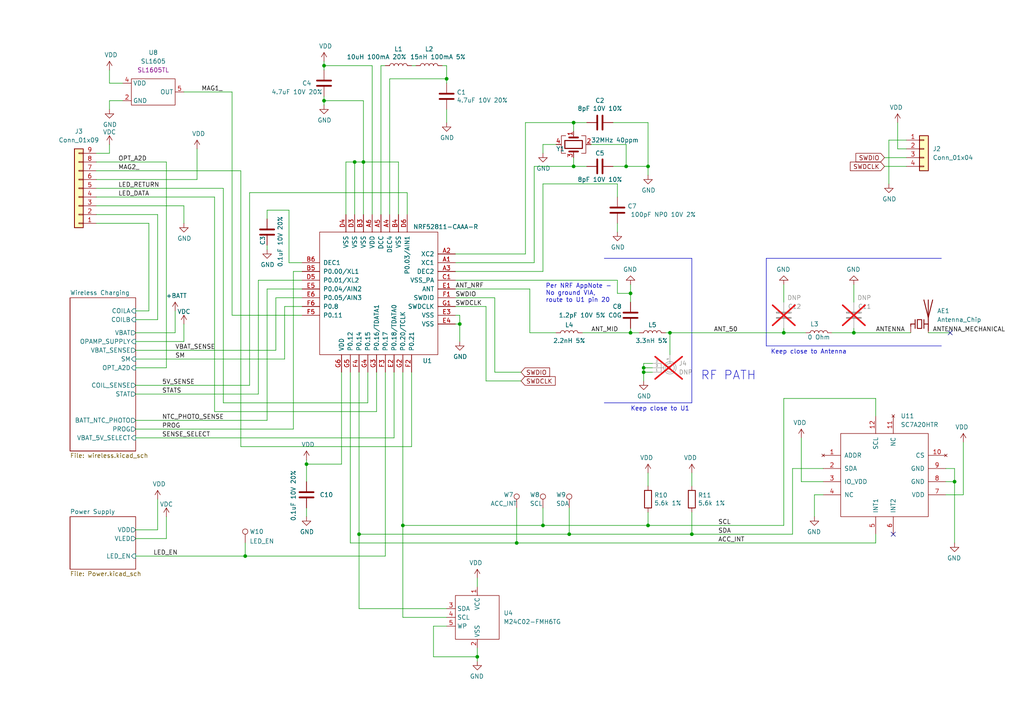
<source format=kicad_sch>
(kicad_sch (version 20250114) (generator "eeschema") (generator_version "9.0")
  (paper "A4")
  (title_block (title "Pixels D20 Schematic, Main") (date "2022-08-26") (rev "13") (company "Systemic Games, LLC") (comment 1 "Main MCU, Accelerometer and Radio"))
  (lib_symbols
    (symbol "Connector_Generic:Conn_01x04" (pin_names (offset 1.016) (hide yes))
      (property "Reference" "J" (at 0 5.08 0))
      (property "Value" "Conn_01x04" (at 0 -7.62 0))
      (symbol "Conn_01x04_1_1"
        (pin passive line (at -5.08 2.54 0) (length 3.81) (name "Pin_1") (number "1"))
        (pin passive line (at -5.08 0 0) (length 3.81) (name "Pin_2") (number "2"))
        (pin passive line (at -5.08 -2.54 0) (length 3.81) (name "Pin_3") (number "3"))
        (pin passive line (at -5.08 -5.08 0) (length 3.81) (name "Pin_4") (number "4"))
      )
    )
    (symbol "Connector_Generic:Conn_01x09" (pin_names (offset 1.016) (hide yes))
      (property "Reference" "J" (at 0 12.7 0))
      (property "Value" "Conn_01x09" (at 0 -12.7 0))
      (symbol "Conn_01x09_1_1"
        (pin passive line (at -5.08 10.16 0) (length 3.81) (name "Pin_1") (number "1"))
        (pin passive line (at -5.08 7.62 0) (length 3.81) (name "Pin_2") (number "2"))
        (pin passive line (at -5.08 5.08 0) (length 3.81) (name "Pin_3") (number "3"))
        (pin passive line (at -5.08 2.54 0) (length 3.81) (name "Pin_4") (number "4"))
        (pin passive line (at -5.08 0 0) (length 3.81) (name "Pin_5") (number "5"))
        (pin passive line (at -5.08 -2.54 0) (length 3.81) (name "Pin_6") (number "6"))
        (pin passive line (at -5.08 -5.08 0) (length 3.81) (name "Pin_7") (number "7"))
        (pin passive line (at -5.08 -7.62 0) (length 3.81) (name "Pin_8") (number "8"))
        (pin passive line (at -5.08 -10.16 0) (length 3.81) (name "Pin_9") (number "9"))
      )
    )
    (symbol "Device:Antenna_Chip" (pin_numbers (hide yes)) (pin_names (offset 1.016) (hide yes))
      (property "Reference" "AE" (at 0 5.08 0))
      (property "Value" "Antenna_Chip" (at 0 3.175 0))
      (symbol "Antenna_Chip_1_1"
        (pin input line (at -2.54 -2.54 90) (length 2.54) (name "FEED") (number "1"))
        (pin passive line (at 2.54 -2.54 90) (length 2.54) (name "PCB_Trace") (number "2"))
      )
    )
    (symbol "Device:C" (pin_numbers (hide yes)) (pin_names (offset 0.254))
      (property "Reference" "C" (at 0.635 2.54 0))
      (property "Value" "C" (at 0.635 -2.54 0))
      (symbol "C_1_1"
        (pin passive line (at 0 3.81 270) (length 2.794) (name "~") (number "1"))
        (pin passive line (at 0 -3.81 90) (length 2.794) (name "~") (number "2"))
      )
    )
    (symbol "Device:Crystal_GND24" (pin_names (offset 1.016) (hide yes))
      (property "Reference" "Y" (at 3.175 5.08 0))
      (property "Value" "Crystal_GND24" (at 3.175 3.175 0))
      (symbol "Crystal_GND24_1_1"
        (pin passive line (at -3.81 0 0) (length 1.27) (name "1") (number "1"))
        (pin passive line (at 0 5.08 270) (length 1.27) (name "2") (number "2"))
        (pin passive line (at 0 -5.08 90) (length 1.27) (name "4") (number "4"))
        (pin passive line (at 3.81 0 180) (length 1.27) (name "3") (number "3"))
      )
    )
    (symbol "Device:L" (pin_numbers (hide yes)) (pin_names (offset 1.016) (hide yes))
      (property "Reference" "L" (at -1.27 0 90))
      (property "Value" "L" (at 1.905 0 90))
      (symbol "L_1_1"
        (pin passive line (at 0 3.81 270) (length 1.27) (name "1") (number "1"))
        (pin passive line (at 0 -3.81 90) (length 1.27) (name "2") (number "2"))
      )
    )
    (symbol "Device:R" (pin_numbers (hide yes)) (pin_names (offset 0))
      (property "Reference" "R" (at 2.032 0 90))
      (property "Value" "R" (at 0 0 90))
      (symbol "R_1_1"
        (pin passive line (at 0 3.81 270) (length 1.27) (name "~") (number "1"))
        (pin passive line (at 0 -3.81 90) (length 1.27) (name "~") (number "2"))
      )
    )
    (symbol "Pixels-dice:KXTJ3-1057" (pin_names (offset 1.016))
      (property "Reference" "U" (at 10.16 -12.7 0))
      (property "Value" "KXTJ3-1057" (at 8.89 13.97 0))
      (symbol "KXTJ3-1057_1_1"
        (pin input line (at -17.78 6.35 0) (length 5.08) (name "ADDR") (number "1"))
        (pin bidirectional line (at -17.78 2.54 0) (length 5.08) (name "SDA") (number "2"))
        (pin power_in line (at -17.78 -1.27 0) (length 5.08) (name "IO_VDD") (number "3"))
        (pin passive line (at -17.78 -5.08 0) (length 5.08) (name "RES") (number "4"))
        (pin input line (at -2.54 17.78 270) (length 5.08) (name "SCL") (number "12"))
        (pin output line (at -2.54 -16.51 90) (length 5.08) (name "INT") (number "5"))
        (pin power_in line (at 2.54 17.78 270) (length 5.08) (name "IO_VDD") (number "11"))
        (pin power_in line (at 2.54 -16.51 90) (length 5.08) (name "GND") (number "6"))
        (pin power_in line (at 17.78 6.35 180) (length 5.08) (name "VDD") (number "10"))
        (pin power_in line (at 17.78 2.54 180) (length 5.08) (name "GND") (number "9"))
        (pin power_in line (at 17.78 -1.27 180) (length 5.08) (name "GND") (number "8"))
        (pin power_in line (at 17.78 -5.08 180) (length 5.08) (name "VDD") (number "7"))
      )
    )
    (symbol "Pixels-dice:M24C02-FMH6TG"
      (property "Reference" "U" (at 7.62 1.524 0))
      (property "Value" "M24C02-FMH6TG" (at 15.24 -1.524 0))
      (symbol "M24C02-FMH6TG_1_1"
        (pin bidirectional line (at -8.89 2.54 0) (length 2.54) (name "SDA") (number "3"))
        (pin input line (at -8.89 0 0) (length 2.54) (name "SCL") (number "4"))
        (pin input line (at -8.89 -2.54 0) (length 2.54) (name "WP") (number "5"))
        (pin power_in line (at 0 8.89 270) (length 2.54) (name "VCC") (number "1"))
        (pin power_in line (at 0 -8.89 90) (length 2.54) (name "VSS") (number "2"))
      )
    )
    (symbol "Pixels-dice:NRF52811-CAAA-R" (pin_names (offset 1.016))
      (property "Reference" "U" (at 13.97 -19.05 0))
      (property "Value" "NRF52811-CAAA-R" (at -7.62 11.43 0))
      (symbol "NRF52811-CAAA-R_1_1"
        (pin power_out line (at -22.86 8.89 0) (length 5.08) (name "DEC1") (number "B6"))
        (pin bidirectional line (at -22.86 6.35 0) (length 5.08) (name "P0.00/XL1") (number "B5"))
        (pin bidirectional line (at -22.86 3.81 0) (length 5.08) (name "P0.01/XL2") (number "D5"))
        (pin bidirectional line (at -22.86 1.27 0) (length 5.08) (name "P0.04/AIN2") (number "E5"))
        (pin bidirectional line (at -22.86 -1.27 0) (length 5.08) (name "P0.05/AIN3") (number "E6"))
        (pin bidirectional line (at -22.86 -3.81 0) (length 5.08) (name "P0.8") (number "F6"))
        (pin bidirectional line (at -22.86 -6.35 0) (length 5.08) (name "P0.11") (number "F5"))
        (pin power_in line (at -11.43 -22.86 90) (length 5.08) (name "VDD") (number "G6"))
        (pin power_in line (at -10.16 22.86 270) (length 5.08) (name "VSS") (number "D4"))
        (pin bidirectional line (at -8.89 -22.86 90) (length 5.08) (name "P0.12") (number "G5"))
        (pin power_in line (at -7.62 22.86 270) (length 5.08) (name "VSS") (number "D3"))
        (pin bidirectional line (at -6.35 -22.86 90) (length 5.08) (name "P0.14") (number "F4"))
        (pin power_in line (at -5.08 22.86 270) (length 5.08) (name "VSS") (number "B3"))
        (pin bidirectional line (at -3.81 -22.86 90) (length 5.08) (name "P0.15") (number "G4"))
        (pin power_in line (at -2.54 22.86 270) (length 5.08) (name "VDD") (number "A6"))
        (pin bidirectional line (at -1.27 -22.86 90) (length 5.08) (name "P0.16/TDATA1") (number "G3"))
        (pin output line (at 0 22.86 270) (length 5.08) (name "DCC") (number "A5"))
        (pin bidirectional line (at 1.27 -22.86 90) (length 5.08) (name "P0.17") (number "F3"))
        (pin output line (at 2.54 22.86 270) (length 5.08) (name "DEC4") (number "A4"))
        (pin bidirectional line (at 3.81 -22.86 90) (length 5.08) (name "P0.18/TDATA0") (number "E2"))
        (pin output line (at 5.08 22.86 270) (length 5.08) (name "VSS") (number "B4"))
        (pin bidirectional line (at 6.35 -22.86 90) (length 5.08) (name "P0.20/TCLK") (number "G2"))
        (pin bidirectional line (at 7.62 22.86 270) (length 5.08) (name "P0.03/AIN1") (number "D6"))
        (pin bidirectional line (at 8.89 -22.86 90) (length 5.08) (name "P0.21") (number "F2"))
        (pin input line (at 21.59 11.43 180) (length 5.08) (name "XC2") (number "A2"))
        (pin output line (at 21.59 8.89 180) (length 5.08) (name "XC1") (number "A1"))
        (pin output line (at 21.59 6.35 180) (length 5.08) (name "DEC2") (number "A3"))
        (pin power_in line (at 21.59 3.81 180) (length 5.08) (name "VSS_PA") (number "C1"))
        (pin output line (at 21.59 1.27 180) (length 5.08) (name "ANT") (number "E1"))
        (pin bidirectional line (at 21.59 -1.27 180) (length 5.08) (name "SWDIO") (number "F1"))
        (pin bidirectional line (at 21.59 -3.81 180) (length 5.08) (name "SWDCLK") (number "G1"))
        (pin power_in line (at 21.59 -6.35 180) (length 5.08) (name "VSS") (number "E3"))
        (pin power_in line (at 21.59 -8.89 180) (length 5.08) (name "VSS") (number "E4"))
      )
    )
    (symbol "Pixels-dice:SC7A20HTR" (pin_names (offset 1.016))
      (property "Reference" "U" (at 10.16 -12.7 0))
      (property "Value" "SC7A20HTR" (at 8.89 13.97 0))
      (symbol "SC7A20HTR_1_1"
        (pin no_connect line (at -17.78 6.35 0) (length 5.08) (name "ADDR") (number "1"))
        (pin bidirectional line (at -17.78 2.54 0) (length 5.08) (name "SDA") (number "2"))
        (pin power_in line (at -17.78 -1.27 0) (length 5.08) (name "IO_VDD") (number "3"))
        (pin input line (at -17.78 -5.08 0) (length 5.08) (name "NC") (number "4"))
        (pin input line (at -2.54 17.78 270) (length 5.08) (name "SCL") (number "12"))
        (pin output line (at -2.54 -16.51 90) (length 5.08) (name "INT1") (number "5"))
        (pin no_connect line (at 2.54 17.78 270) (length 5.08) (name "NC") (number "11"))
        (pin output line (at 2.54 -16.51 90) (length 5.08) (name "INT2") (number "6"))
        (pin no_connect line (at 17.78 6.35 180) (length 5.08) (name "CS") (number "10"))
        (pin power_in line (at 17.78 2.54 180) (length 5.08) (name "GND") (number "9"))
        (pin power_in line (at 17.78 -1.27 180) (length 5.08) (name "GND") (number "8"))
        (pin power_in line (at 17.78 -5.08 180) (length 5.08) (name "VDD") (number "7"))
      )
    )
    (symbol "Pixels-dice:SL1605"
      (property "Reference" "U" (at 4.064 -5.08 0))
      (property "Value" "SL1605" (at 0 5.588 0))
      (symbol "SL1605_1_1"
        (pin power_in line (at -8.89 2.54 0) (length 2.54) (name "VDD") (number "4"))
        (pin power_in line (at -8.89 -2.54 0) (length 2.54) (name "GND") (number "2"))
        (pin output line (at 8.89 0 180) (length 2.54) (name "OUT") (number "5"))
      )
    )
    (symbol "Pixels-dice:TEST_1P-conn" (pin_numbers (hide yes)) (pin_names (offset 0.762) (hide yes))
      (property "Reference" "W" (at 0 6.858 0))
      (property "Value" "TEST_1P-conn" (at 0 5.08 0))
      (symbol "TEST_1P-conn_1_1"
        (pin passive line (at 0 0 90) (length 2.54) (name "1") (number "1"))
      )
    )
    (symbol "Pixels-dice:W.FL"
      (property "Reference" "J" (at 3.81 -1.27 0))
      (property "Value" "W.FL" (at 4.445 1.27 0))
      (symbol "W.FL_1_1"
        (pin passive line (at -3.81 0 0) (length 2.54) (name "RF") (number "4"))
        (pin passive line (at -1.27 -5.08 90) (length 2.54) (name "") (number "2"))
        (pin passive line (at 0 -5.08 90) (length 2.54) (name "") (number "3"))
        (pin passive line (at 1.27 -5.08 90) (length 2.54) (name "") (number "1"))
      )
    )
    (symbol "power:+BATT" (power) (pin_names (offset 0))
      (property "Value" "+BATT" (at 0 3.556 0))
      (symbol "+BATT_1_1"
        (pin power_in line (at 0 0 90) (length 0) (hide yes) (name "+BATT") (number "1"))
      )
    )
    (symbol "power:GND" (power) (pin_names (offset 0))
      (property "Value" "GND" (at 0 -3.81 0))
      (symbol "GND_1_1"
        (pin power_in line (at 0 0 270) (length 0) (hide yes) (name "GND") (number "1"))
      )
    )
    (symbol "power:VDC" (power) (pin_names (offset 0))
      (property "Value" "VDC" (at 0 6.35 0))
      (symbol "VDC_1_1"
        (pin power_in line (at 0 0 90) (length 0) (hide yes) (name "VDC") (number "1"))
      )
    )
    (symbol "power:VDD" (power) (pin_names (offset 0))
      (property "Value" "VDD" (at 0 3.81 0))
      (symbol "VDD_1_1"
        (pin power_in line (at 0 0 90) (length 0) (hide yes) (name "VDD") (number "1"))
      )
    )
  )
  (text "Per NRF AppNote -\nNo ground VIA,\nroute to U1 pin 20" (at 158.242 87.884 0) (effects (font (size 1.27 1.27)) (justify left bottom)))
  (text "RF PATH" (at 203.2 110.49 0) (effects (font (size 2.54 2.54)) (justify left bottom)))
  (text "Keep close to Antenna" (at 223.52 102.87 0) (effects (font (size 1.27 1.27)) (justify left bottom)))
  (text "Keep close to U1" (at 182.88 119.38 0) (effects (font (size 1.27 1.27)) (justify left bottom)))
  (junction (at 105.41 46.99))
  (junction (at 181.61 48.26))
  (junction (at 276.86 139.7))
  (junction (at 379.73 132.08))
  (junction (at 369.57 139.7))
  (junction (at 194.31 96.52))
  (junction (at 187.96 152.4))
  (junction (at 166.37 48.26))
  (junction (at 149.86 157.48))
  (junction (at 104.14 154.94))
  (junction (at 165.1 154.94))
  (junction (at 71.12 161.29))
  (junction (at 200.66 154.94))
  (junction (at 182.88 96.52))
  (junction (at 227.33 96.52))
  (junction (at 116.84 152.4))
  (junction (at 129.54 22.86))
  (junction (at 182.88 85.09))
  (junction (at 93.98 19.05))
  (junction (at 88.9 134.62))
  (junction (at 247.65 96.52))
  (junction (at 138.43 190.5))
  (junction (at 187.96 48.26))
  (junction (at 133.35 93.98))
  (junction (at 157.48 152.4))
  (junction (at 93.98 29.21))
  (junction (at 318.77 132.08))
  (junction (at 102.87 46.99))
  (junction (at 186.69 107.95))
  (junction (at 166.37 35.56))
  (junction (at 186.69 106.68))
  (no_connect (at 275.59 96.52))
  (no_connect (at 259.08 154.94))
  (wire (pts (xy 67.31 26.67) (xy 67.31 91.44)))
  (wire (pts (xy 105.41 29.21) (xy 93.98 29.21)))
  (wire (pts (xy 105.41 62.23) (xy 105.41 46.99)))
  (wire (pts (xy 149.86 147.32) (xy 149.86 157.48)))
  (wire (pts (xy 377.19 132.08) (xy 379.73 132.08)))
  (wire (pts (xy 236.22 143.51) (xy 236.22 149.86)))
  (wire (pts (xy 181.61 41.91) (xy 181.61 48.26)))
  (wire (pts (xy 256.54 45.72) (xy 262.89 45.72)))
  (wire (pts (xy 154.94 76.2) (xy 154.94 48.26)))
  (wire (pts (xy 93.98 17.78) (xy 93.98 19.05)))
  (wire (pts (xy 321.31 143.51) (xy 318.77 143.51)))
  (wire (pts (xy 232.41 127) (xy 232.41 139.7)))
  (wire (pts (xy 279.4 143.51) (xy 274.32 143.51)))
  (wire (pts (xy 48.26 149.86) (xy 48.26 156.21)))
  (wire (pts (xy 177.8 48.26) (xy 181.61 48.26)))
  (wire (pts (xy 140.97 110.49) (xy 151.13 110.49)))
  (wire (pts (xy 132.08 73.66) (xy 152.4 73.66)))
  (wire (pts (xy 74.93 81.28) (xy 87.63 81.28)))
  (wire (pts (xy 238.76 135.89) (xy 229.87 135.89)))
  (wire (pts (xy 77.47 83.82) (xy 77.47 121.92)))
  (polyline (pts (xy 222.25 74.93) (xy 222.25 100.33)))
  (wire (pts (xy 39.37 104.14) (xy 82.55 104.14)))
  (wire (pts (xy 129.54 176.53) (xy 104.14 176.53)))
  (wire (pts (xy 187.96 35.56) (xy 187.96 48.26)))
  (wire (pts (xy 166.37 35.56) (xy 170.18 35.56)))
  (wire (pts (xy 69.85 49.53) (xy 27.94 49.53)))
  (wire (pts (xy 189.23 106.68) (xy 186.69 106.68)))
  (wire (pts (xy 328.93 143.51) (xy 331.47 143.51)))
  (wire (pts (xy 39.37 114.3) (xy 74.93 114.3)))
  (wire (pts (xy 299.72 152.4) (xy 313.69 152.4)))
  (polyline (pts (xy 222.25 100.33) (xy 273.05 100.33)))
  (wire (pts (xy 27.94 46.99) (xy 48.26 46.99)))
  (wire (pts (xy 132.08 83.82) (xy 153.67 83.82)))
  (wire (pts (xy 39.37 156.21) (xy 48.26 156.21)))
  (wire (pts (xy 257.81 40.64) (xy 257.81 53.34)))
  (wire (pts (xy 116.84 152.4) (xy 116.84 179.07)))
  (wire (pts (xy 186.69 105.41) (xy 186.69 106.68)))
  (wire (pts (xy 27.94 64.77) (xy 43.18 64.77)))
  (wire (pts (xy 27.94 57.15) (xy 62.23 57.15)))
  (wire (pts (xy 118.11 55.88) (xy 118.11 62.23)))
  (wire (pts (xy 116.84 107.95) (xy 116.84 152.4)))
  (wire (pts (xy 129.54 31.75) (xy 129.54 35.56)))
  (wire (pts (xy 39.37 111.76) (xy 72.39 111.76)))
  (wire (pts (xy 111.76 19.05) (xy 110.49 19.05)))
  (wire (pts (xy 369.57 135.89) (xy 369.57 139.7)))
  (wire (pts (xy 71.12 157.48) (xy 71.12 161.29)))
  (wire (pts (xy 88.9 134.62) (xy 88.9 139.7)))
  (wire (pts (xy 318.77 132.08) (xy 318.77 139.7)))
  (wire (pts (xy 132.08 81.28) (xy 179.07 81.28)))
  (wire (pts (xy 77.47 83.82) (xy 87.63 83.82)))
  (wire (pts (xy 125.73 190.5) (xy 138.43 190.5)))
  (wire (pts (xy 88.9 134.62) (xy 99.06 134.62)))
  (wire (pts (xy 149.86 157.48) (xy 254 157.48)))
  (wire (pts (xy 274.32 139.7) (xy 276.86 139.7)))
  (wire (pts (xy 39.37 127) (xy 114.3 127)))
  (wire (pts (xy 62.23 119.38) (xy 109.22 119.38)))
  (wire (pts (xy 152.4 73.66) (xy 152.4 35.56)))
  (wire (pts (xy 53.34 93.98) (xy 53.34 99.06)))
  (wire (pts (xy 45.72 92.71) (xy 39.37 92.71)))
  (wire (pts (xy 179.07 85.09) (xy 182.88 85.09)))
  (wire (pts (xy 132.08 86.36) (xy 143.51 86.36)))
  (wire (pts (xy 102.87 46.99) (xy 105.41 46.99)))
  (wire (pts (xy 57.15 52.07) (xy 27.94 52.07)))
  (wire (pts (xy 153.67 96.52) (xy 161.29 96.52)))
  (wire (pts (xy 39.37 106.68) (xy 48.26 106.68)))
  (wire (pts (xy 346.71 120.65) (xy 346.71 115.57)))
  (wire (pts (xy 133.35 91.44) (xy 133.35 93.98)))
  (wire (pts (xy 254 120.65) (xy 254 115.57)))
  (wire (pts (xy 331.47 139.7) (xy 318.77 139.7)))
  (wire (pts (xy 88.9 134.62) (xy 88.9 133.35)))
  (wire (pts (xy 102.87 46.99) (xy 102.87 62.23)))
  (wire (pts (xy 116.84 152.4) (xy 157.48 152.4)))
  (wire (pts (xy 189.23 107.95) (xy 186.69 107.95)))
  (wire (pts (xy 143.51 107.95) (xy 151.13 107.95)))
  (wire (pts (xy 168.91 96.52) (xy 182.88 96.52)))
  (wire (pts (xy 62.23 57.15) (xy 62.23 119.38)))
  (wire (pts (xy 161.29 41.91) (xy 157.48 41.91)))
  (wire (pts (xy 85.09 78.74) (xy 87.63 78.74)))
  (wire (pts (xy 64.77 54.61) (xy 64.77 116.84)))
  (wire (pts (xy 313.69 115.57) (xy 313.69 152.4)))
  (wire (pts (xy 48.26 106.68) (xy 48.26 46.99)))
  (wire (pts (xy 80.01 86.36) (xy 80.01 101.6)))
  (wire (pts (xy 93.98 19.05) (xy 93.98 20.32)))
  (wire (pts (xy 53.34 26.67) (xy 67.31 26.67)))
  (wire (pts (xy 27.94 44.45) (xy 31.75 44.45)))
  (wire (pts (xy 179.07 81.28) (xy 179.07 85.09)))
  (wire (pts (xy 129.54 22.86) (xy 129.54 24.13)))
  (wire (pts (xy 45.72 153.67) (xy 45.72 144.78)))
  (wire (pts (xy 186.69 106.68) (xy 186.69 107.95)))
  (wire (pts (xy 194.31 96.52) (xy 194.31 102.87)))
  (wire (pts (xy 369.57 139.7) (xy 369.57 157.48)))
  (wire (pts (xy 31.75 44.45) (xy 31.75 41.91)))
  (wire (pts (xy 238.76 143.51) (xy 236.22 143.51)))
  (wire (pts (xy 299.72 154.94) (xy 316.23 154.94)))
  (wire (pts (xy 128.27 19.05) (xy 129.54 19.05)))
  (wire (pts (xy 129.54 22.86) (xy 113.03 22.86)))
  (wire (pts (xy 165.1 154.94) (xy 200.66 154.94)))
  (wire (pts (xy 318.77 132.08) (xy 321.31 132.08)))
  (wire (pts (xy 101.6 157.48) (xy 149.86 157.48)))
  (wire (pts (xy 193.04 96.52) (xy 194.31 96.52)))
  (wire (pts (xy 177.8 35.56) (xy 187.96 35.56)))
  (wire (pts (xy 200.66 148.59) (xy 200.66 154.94)))
  (wire (pts (xy 367.03 132.08) (xy 369.57 132.08)))
  (wire (pts (xy 31.75 20.32) (xy 31.75 24.13)))
  (wire (pts (xy 39.37 124.46) (xy 85.09 124.46)))
  (wire (pts (xy 274.32 135.89) (xy 276.86 135.89)))
  (wire (pts (xy 72.39 55.88) (xy 72.39 111.76)))
  (wire (pts (xy 118.11 55.88) (xy 72.39 55.88)))
  (wire (pts (xy 74.93 114.3) (xy 74.93 81.28)))
  (polyline (pts (xy 175.26 116.84) (xy 200.66 116.84)))
  (wire (pts (xy 104.14 107.95) (xy 104.14 154.94)))
  (wire (pts (xy 256.54 48.26) (xy 262.89 48.26)))
  (wire (pts (xy 104.14 176.53) (xy 104.14 154.94)))
  (wire (pts (xy 100.33 62.23) (xy 100.33 46.99)))
  (wire (pts (xy 154.94 48.26) (xy 166.37 48.26)))
  (wire (pts (xy 367.03 135.89) (xy 369.57 135.89)))
  (wire (pts (xy 247.65 82.55) (xy 247.65 87.63)))
  (wire (pts (xy 39.37 99.06) (xy 53.34 99.06)))
  (wire (pts (xy 187.96 148.59) (xy 187.96 152.4)))
  (wire (pts (xy 260.35 43.18) (xy 262.89 43.18)))
  (wire (pts (xy 125.73 181.61) (xy 125.73 190.5)))
  (wire (pts (xy 346.71 154.94) (xy 346.71 157.48)))
  (wire (pts (xy 260.35 35.56) (xy 260.35 43.18)))
  (wire (pts (xy 227.33 96.52) (xy 233.68 96.52)))
  (wire (pts (xy 27.94 54.61) (xy 64.77 54.61)))
  (wire (pts (xy 194.31 96.52) (xy 227.33 96.52)))
  (wire (pts (xy 227.33 115.57) (xy 227.33 152.4)))
  (wire (pts (xy 257.81 40.64) (xy 262.89 40.64)))
  (wire (pts (xy 27.94 62.23) (xy 45.72 62.23)))
  (wire (pts (xy 276.86 139.7) (xy 276.86 157.48)))
  (wire (pts (xy 43.18 90.17) (xy 39.37 90.17)))
  (polyline (pts (xy 200.66 74.93) (xy 200.66 116.84)))
  (wire (pts (xy 367.03 139.7) (xy 369.57 139.7)))
  (wire (pts (xy 166.37 48.26) (xy 170.18 48.26)))
  (wire (pts (xy 132.08 91.44) (xy 133.35 91.44)))
  (wire (pts (xy 57.15 43.18) (xy 57.15 52.07)))
  (wire (pts (xy 331.47 135.89) (xy 316.23 135.89)))
  (wire (pts (xy 182.88 82.55) (xy 182.88 85.09)))
  (wire (pts (xy 35.56 29.21) (xy 31.75 29.21)))
  (wire (pts (xy 179.07 53.34) (xy 179.07 57.15)))
  (wire (pts (xy 299.72 157.48) (xy 346.71 157.48)))
  (wire (pts (xy 88.9 147.32) (xy 88.9 149.86)))
  (wire (pts (xy 93.98 29.21) (xy 93.98 30.48)))
  (wire (pts (xy 119.38 107.95) (xy 119.38 129.54)))
  (wire (pts (xy 318.77 143.51) (xy 318.77 149.86)))
  (wire (pts (xy 200.66 137.16) (xy 200.66 140.97)))
  (wire (pts (xy 157.48 152.4) (xy 187.96 152.4)))
  (wire (pts (xy 152.4 35.56) (xy 166.37 35.56)))
  (wire (pts (xy 39.37 153.67) (xy 45.72 153.67)))
  (wire (pts (xy 31.75 29.21) (xy 31.75 31.75)))
  (wire (pts (xy 186.69 107.95) (xy 186.69 110.49)))
  (wire (pts (xy 39.37 121.92) (xy 77.47 121.92)))
  (wire (pts (xy 129.54 19.05) (xy 129.54 22.86)))
  (wire (pts (xy 200.66 154.94) (xy 229.87 154.94)))
  (wire (pts (xy 316.23 135.89) (xy 316.23 154.94)))
  (wire (pts (xy 241.3 96.52) (xy 247.65 96.52)))
  (wire (pts (xy 71.12 161.29) (xy 111.76 161.29)))
  (wire (pts (xy 109.22 107.95) (xy 109.22 119.38)))
  (wire (pts (xy 328.93 132.08) (xy 331.47 132.08)))
  (wire (pts (xy 85.09 78.74) (xy 85.09 124.46)))
  (wire (pts (xy 87.63 76.2) (xy 83.82 76.2)))
  (wire (pts (xy 227.33 82.55) (xy 227.33 87.63)))
  (wire (pts (xy 107.95 19.05) (xy 93.98 19.05)))
  (wire (pts (xy 140.97 88.9) (xy 140.97 110.49)))
  (wire (pts (xy 43.18 64.77) (xy 43.18 90.17)))
  (wire (pts (xy 318.77 127) (xy 318.77 132.08)))
  (wire (pts (xy 105.41 46.99) (xy 105.41 29.21)))
  (wire (pts (xy 171.45 41.91) (xy 181.61 41.91)))
  (polyline (pts (xy 175.26 74.93) (xy 200.66 74.93)))
  (wire (pts (xy 64.77 116.84) (xy 106.68 116.84)))
  (wire (pts (xy 80.01 101.6) (xy 39.37 101.6)))
  (wire (pts (xy 106.68 107.95) (xy 106.68 116.84)))
  (wire (pts (xy 379.73 128.27) (xy 379.73 132.08)))
  (wire (pts (xy 111.76 161.29) (xy 111.76 107.95)))
  (wire (pts (xy 153.67 83.82) (xy 153.67 96.52)))
  (wire (pts (xy 82.55 104.14) (xy 82.55 88.9)))
  (polyline (pts (xy 222.25 74.93) (xy 273.05 74.93)))
  (wire (pts (xy 132.08 88.9) (xy 140.97 88.9)))
  (wire (pts (xy 165.1 147.32) (xy 165.1 154.94)))
  (wire (pts (xy 229.87 135.89) (xy 229.87 154.94)))
  (wire (pts (xy 77.47 71.12) (xy 77.47 72.39)))
  (wire (pts (xy 132.08 93.98) (xy 133.35 93.98)))
  (wire (pts (xy 115.57 62.23) (xy 115.57 46.99)))
  (wire (pts (xy 351.79 107.95) (xy 351.79 110.49)))
  (wire (pts (xy 110.49 19.05) (xy 110.49 62.23)))
  (wire (pts (xy 45.72 62.23) (xy 45.72 92.71)))
  (wire (pts (xy 100.33 46.99) (xy 102.87 46.99)))
  (wire (pts (xy 115.57 46.99) (xy 105.41 46.99)))
  (wire (pts (xy 351.79 118.11) (xy 351.79 120.65)))
  (wire (pts (xy 157.48 147.32) (xy 157.48 152.4)))
  (wire (pts (xy 83.82 60.96) (xy 77.47 60.96)))
  (wire (pts (xy 182.88 95.25) (xy 182.88 96.52)))
  (wire (pts (xy 187.96 137.16) (xy 187.96 140.97)))
  (wire (pts (xy 143.51 86.36) (xy 143.51 107.95)))
  (wire (pts (xy 279.4 128.27) (xy 279.4 143.51)))
  (wire (pts (xy 53.34 59.69) (xy 27.94 59.69)))
  (wire (pts (xy 129.54 179.07) (xy 116.84 179.07)))
  (wire (pts (xy 69.85 49.53) (xy 69.85 129.54)))
  (wire (pts (xy 93.98 27.94) (xy 93.98 29.21)))
  (wire (pts (xy 379.73 132.08) (xy 379.73 143.51)))
  (wire (pts (xy 157.48 53.34) (xy 157.48 78.74)))
  (wire (pts (xy 31.75 24.13) (xy 35.56 24.13)))
  (wire (pts (xy 254 154.94) (xy 254 157.48)))
  (wire (pts (xy 113.03 22.86) (xy 113.03 62.23)))
  (wire (pts (xy 181.61 48.26) (xy 187.96 48.26)))
  (wire (pts (xy 247.65 96.52) (xy 264.16 96.52)))
  (wire (pts (xy 71.12 161.29) (xy 39.37 161.29)))
  (wire (pts (xy 182.88 96.52) (xy 185.42 96.52)))
  (wire (pts (xy 351.79 165.1) (xy 351.79 167.64)))
  (wire (pts (xy 39.37 96.52) (xy 50.8 96.52)))
  (wire (pts (xy 187.96 152.4) (xy 227.33 152.4)))
  (wire (pts (xy 101.6 107.95) (xy 101.6 157.48)))
  (wire (pts (xy 114.3 107.95) (xy 114.3 127)))
  (wire (pts (xy 67.31 91.44) (xy 87.63 91.44)))
  (wire (pts (xy 351.79 154.94) (xy 351.79 157.48)))
  (wire (pts (xy 182.88 85.09) (xy 182.88 87.63)))
  (wire (pts (xy 179.07 64.77) (xy 179.07 67.31)))
  (wire (pts (xy 129.54 181.61) (xy 125.73 181.61)))
  (wire (pts (xy 157.48 41.91) (xy 157.48 44.45)))
  (wire (pts (xy 119.38 19.05) (xy 120.65 19.05)))
  (wire (pts (xy 82.55 88.9) (xy 87.63 88.9)))
  (wire (pts (xy 187.96 48.26) (xy 187.96 50.8)))
  (wire (pts (xy 166.37 45.72) (xy 166.37 48.26)))
  (wire (pts (xy 133.35 93.98) (xy 133.35 99.06)))
  (wire (pts (xy 166.37 38.1) (xy 166.37 35.56)))
  (wire (pts (xy 254 115.57) (xy 227.33 115.57)))
  (wire (pts (xy 179.07 53.34) (xy 157.48 53.34)))
  (wire (pts (xy 238.76 139.7) (xy 232.41 139.7)))
  (wire (pts (xy 247.65 95.25) (xy 247.65 96.52)))
  (wire (pts (xy 269.24 96.52) (xy 275.59 96.52)))
  (wire (pts (xy 346.71 115.57) (xy 313.69 115.57)))
  (wire (pts (xy 83.82 60.96) (xy 83.82 76.2)))
  (wire (pts (xy 77.47 60.96) (xy 77.47 63.5)))
  (wire (pts (xy 107.95 19.05) (xy 107.95 62.23)))
  (wire (pts (xy 119.38 129.54) (xy 69.85 129.54)))
  (wire (pts (xy 138.43 187.96) (xy 138.43 190.5)))
  (wire (pts (xy 379.73 143.51) (xy 367.03 143.51)))
  (wire (pts (xy 53.34 59.69) (xy 53.34 64.77)))
  (wire (pts (xy 138.43 190.5) (xy 138.43 191.77)))
  (wire (pts (xy 276.86 135.89) (xy 276.86 139.7)))
  (wire (pts (xy 138.43 167.64) (xy 138.43 170.18)))
  (wire (pts (xy 189.23 105.41) (xy 186.69 105.41)))
  (wire (pts (xy 132.08 76.2) (xy 154.94 76.2)))
  (wire (pts (xy 99.06 107.95) (xy 99.06 134.62)))
  (wire (pts (xy 50.8 90.17) (xy 50.8 96.52)))
  (wire (pts (xy 80.01 86.36) (xy 87.63 86.36)))
  (wire (pts (xy 227.33 95.25) (xy 227.33 96.52)))
  (wire (pts (xy 132.08 78.74) (xy 157.48 78.74)))
  (wire (pts (xy 104.14 154.94) (xy 165.1 154.94)))
  (label "SM" (at 50.8 104.14 0))
  (label "ANTENNA_MECHANICAL" (at 270.51 96.52 0))
  (label "PROG" (at 46.99 124.46 0))
  (label "ACC_INT" (at 208.28 157.48 0))
  (label "ANT_50" (at 207.01 96.52 0))
  (label "SCL" (at 300.99 152.4 0))
  (label "SWDCLK" (at 132.08 88.9 0))
  (label "VBAT_SENSE" (at 50.8 101.6 0))
  (label "SENSE_SELECT" (at 46.99 127 0))
  (label "MAG2_" (at 34.29 49.53 0))
  (label "5V_SENSE" (at 46.99 111.76 0))
  (label "NTC_PHOTO_SENSE" (at 46.99 121.92 0))
  (label "ANT_NRF" (at 132.08 83.82 0))
  (label "SDA" (at 208.28 154.94 0))
  (label "LED_EN" (at 44.45 161.29 0))
  (label "ANTENNA" (at 254 96.52 0))
  (label "SWDIO" (at 132.08 86.36 0))
  (label "MAG1_" (at 58.42 26.67 0))
  (label "ACC_INT" (at 300.99 157.48 0))
  (label "LED_RETURN" (at 34.29 54.61 0))
  (label "ANT_MID" (at 171.45 96.52 0))
  (label "LED_DATA" (at 34.29 57.15 0))
  (label "SDA" (at 300.99 154.94 0))
  (label "SCL" (at 208.28 152.4 0))
  (label "OPT_A2D" (at 34.29 46.99 0))
  (label "STATS" (at 46.99 114.3 0))
  (global_label "SWDIO" (shape input) (at 151.13 107.95 0) (property "Intersheetrefs" "${INTERSHEET_REFS}" (effects (hide yes))))
  (global_label "SWDCLK" (shape input) (at 256.54 48.26 180) (property "Intersheetrefs" "${INTERSHEET_REFS}" (effects (hide yes))))
  (global_label "SWDCLK" (shape input) (at 151.13 110.49 0) (property "Intersheetrefs" "${INTERSHEET_REFS}" (effects (hide yes))))
  (global_label "SWDIO" (shape input) (at 256.54 45.72 180) (property "Intersheetrefs" "${INTERSHEET_REFS}" (effects (hide yes))))
  (symbol (lib_id "power:GND") (at 88.9 149.86 0) (unit 1)
    (property "Reference" "#PWR016" (effects (hide yes)))
    (property "Value" "GND" (at 89.027 154.2542 0))
  )
  (symbol (lib_id "power:VDD") (at 88.9 133.35 0) (unit 1)
    (property "Reference" "#PWR014" (effects (hide yes)))
    (property "Value" "VDD" (at 89.3318 128.9558 0))
  )
  (symbol (lib_id "Device:C") (at 88.9 143.51 0) (unit 1)
    (property "Reference" "C10" (at 92.71 143.51 0) (effects (justify left)))
    (property "Value" "0.1uF 10V 20%" (at 85.09 151.13 90) (effects (justify left)))
    (property "Footprint" "Capacitor_SMD:C_0201_0603Metric" (effects (hide yes)))
    (property "Generic OK" "YES" (effects (hide yes)))
    (property "Manufacturer" "HRE" (effects (hide yes)))
    (property "LCSC Part Number" "C6119757" (effects (hide yes)))
    (property "Part Number" "CGA0201X5R104K100ET" (effects (hide yes)))
  )
  (symbol (lib_id "power:GND") (at 93.98 30.48 0) (unit 1)
    (property "Reference" "#PWR08" (effects (hide yes)))
    (property "Value" "GND" (at 94.107 34.8742 0))
  )
  (symbol (lib_id "power:VDD") (at 93.98 17.78 0) (unit 1)
    (property "Reference" "#PWR01" (effects (hide yes)))
    (property "Value" "VDD" (at 94.4118 13.3858 0))
  )
  (symbol (lib_id "Device:C") (at 93.98 24.13 0) (unit 1)
    (property "Reference" "C4" (at 87.63 24.13 0) (effects (justify left)))
    (property "Value" "4.7uF 10V 20%" (at 78.74 26.67 0) (effects (justify left)))
    (property "Footprint" "Pixels-dice:C_0402_1005Metric" (effects (hide yes)))
    (property "Generic OK" "YES" (effects (hide yes)))
    (property "Manufacturer" "Murata" (effects (hide yes)))
    (property "LCSC Part Number" "C1849652" (effects (hide yes)))
    (property "Part Number" "GRM155R61A475MEAAJ" (effects (hide yes)))
    (property "Alternate Manufacturer" "Samsung Electro-Mechanics" (effects (hide yes)))
    (property "Alternate PN" "CL05A475MP5NRNC" (effects (hide yes)))
    (property "JLCPCB Part Number" "C23733" (effects (hide yes)))
  )
  (symbol (lib_id "power:GND") (at 77.47 72.39 0) (unit 1)
    (property "Reference" "#PWR05" (effects (hide yes)))
    (property "Value" "GND" (at 77.597 76.7842 0))
  )
  (symbol (lib_id "Device:C") (at 77.47 67.31 0) (unit 1)
    (property "Reference" "C3" (at 76.2 71.12 90) (effects (justify left)))
    (property "Value" "0.1uF 10V 20%" (at 81.28 77.47 90) (effects (justify left)))
    (property "Footprint" "Capacitor_SMD:C_0201_0603Metric" (effects (hide yes)))
    (property "Generic OK" "YES" (effects (hide yes)))
    (property "Manufacturer" "HRE" (effects (hide yes)))
    (property "LCSC Part Number" "C6119757" (effects (hide yes)))
    (property "Part Number" "CGA0201X5R104K100ET" (effects (hide yes)))
  )
  (symbol (lib_id "Device:L") (at 115.57 19.05 90) (unit 1)
    (property "Reference" "L1" (at 115.57 14.224 90))
    (property "Value" "10uH 100mA 20%" (at 109.22 16.51 90))
    (property "Footprint" "Pixels-dice:C_1.2x1.8" (effects (hide yes)))
    (property "Generic OK" "YES" (effects (hide yes)))
    (property "Manufacturer" "Sunltech Tech" (effects (hide yes)))
    (property "LCSC Part Number" "C411908" (effects (hide yes)))
    (property "Part Number" "SLC1608F100KTT" (effects (hide yes)))
  )
  (symbol (lib_id "Device:L") (at 124.46 19.05 90) (unit 1)
    (property "Reference" "L2" (at 124.46 14.224 90))
    (property "Value" "15nH 100mA 5%" (at 127 16.51 90))
    (property "Footprint" "Inductor_SMD:L_0402_1005Metric" (effects (hide yes)))
    (property "Generic OK" "YES" (effects (hide yes)))
    (property "Manufacturer" "FH" (effects (hide yes)))
    (property "LCSC Part Number" "C381880" (effects (hide yes)))
    (property "Part Number" "VHF100505H15NKT" (effects (hide yes)))
  )
  (symbol (lib_id "Device:C") (at 129.54 27.94 0) (unit 1)
    (property "Reference" "C1" (at 132.461 26.7716 0) (effects (justify left)))
    (property "Value" "4.7uF 10V 20%" (at 132.461 29.083 0) (effects (justify left)))
    (property "Footprint" "Pixels-dice:C_0402_1005Metric" (effects (hide yes)))
    (property "Generic OK" "YES" (effects (hide yes)))
    (property "Manufacturer" "Murata" (effects (hide yes)))
    (property "LCSC Part Number" "C1849652" (effects (hide yes)))
    (property "Part Number" "GRM155R61A475MEAAJ" (effects (hide yes)))
    (property "Alternate Manufacturer" "Samsung Electro-Mechanics" (effects (hide yes)))
    (property "Alternate PN" "CL05A475MP5NRNC" (effects (hide yes)))
    (property "JLCPCB Part Number" "C23733" (effects (hide yes)))
  )
  (symbol (lib_id "power:GND") (at 129.54 35.56 0) (unit 1)
    (property "Reference" "#PWR03" (effects (hide yes)))
    (property "Value" "GND" (at 129.667 39.9542 0))
  )
  (symbol (lib_id "Device:Crystal_GND24") (at 166.37 41.91 270) (unit 1)
    (property "Reference" "Y1" (at 161.29 43.18 90) (effects (justify left)))
    (property "Value" "32MHz 40ppm" (at 171.45 40.64 90) (effects (justify left)))
    (property "Footprint" "Pixels-dice:SX16Y032000B81T001" (effects (hide yes)))
    (property "Generic OK" "YES" (effects (hide yes)))
    (property "Manufacturer" "TKD" (effects (hide yes)))
    (property "LCSC Part Number" "C20623629" (effects (hide yes)))
    (property "Part Number" "SX16Y032000B81T001" (effects (hide yes)))
    (property "Alternate Manufacturer" "TXC Corp" (effects (hide yes)))
    (property "Alternate PN" "8Q32000002" (effects (hide yes)))
    (property "JLCPCB Part Number" "C5203640" (effects (hide yes)))
  )
  (symbol (lib_id "Device:C") (at 173.99 35.56 270) (unit 1)
    (property "Reference" "C2" (at 173.99 29.1592 90))
    (property "Value" "8pF 10V 10%" (at 173.99 31.4706 90))
    (property "Footprint" "Capacitor_SMD:C_0201_0603Metric" (effects (hide yes)))
    (property "Generic OK" "YES" (effects (hide yes)))
    (property "Manufacturer" "FH (Guangdong Fenghua Advanced Tech)" (effects (hide yes)))
    (property "LCSC Part Number" "C501818" (effects (hide yes)))
    (property "Part Number" "0201CG8R0C500NT" (effects (hide yes)))
  )
  (symbol (lib_id "Device:C") (at 173.99 48.26 270) (unit 1)
    (property "Reference" "C5" (at 173.99 44.45 90))
    (property "Value" "8pF 10V 10%" (at 173.99 52.07 90))
    (property "Footprint" "Capacitor_SMD:C_0201_0603Metric" (effects (hide yes)))
    (property "Generic OK" "YES" (effects (hide yes)))
    (property "Manufacturer" "FH (Guangdong Fenghua Advanced Tech)" (effects (hide yes)))
    (property "LCSC Part Number" "C501818" (effects (hide yes)))
    (property "Part Number" "0201CG8R0C500NT" (effects (hide yes)))
  )
  (symbol (lib_id "power:GND") (at 187.96 50.8 0) (unit 1)
    (property "Reference" "#PWR09" (effects (hide yes)))
    (property "Value" "GND" (at 188.087 55.1942 0))
  )
  (symbol (lib_id "power:GND") (at 179.07 67.31 0) (unit 1)
    (property "Reference" "#PWR011" (effects (hide yes)))
    (property "Value" "GND" (at 179.197 71.7042 0))
  )
  (symbol (lib_id "Device:C") (at 179.07 60.96 0) (unit 1)
    (property "Reference" "C7" (at 181.991 59.7916 0) (effects (justify left)))
    (property "Value" "100pF NP0 10V 2%" (at 182.88 62.23 0) (effects (justify left)))
    (property "Footprint" "Capacitor_SMD:C_0201_0603Metric" (effects (hide yes)))
    (property "Generic OK" "YES" (effects (hide yes)))
    (property "Manufacturer" "HRE" (effects (hide yes)))
    (property "LCSC Part Number" "C20069263" (effects (hide yes)))
    (property "Part Number" "CGA0201C0G101J500ET" (effects (hide yes)))
    (property "Alternate Manufacturer" "EYANG(Shenzhen Eyang Tech Development)" (effects (hide yes)))
    (property "Alternate PN" "C0201C0G101J500NTA" (effects (hide yes)))
    (property "JLCPCB Part Number" "C115540" (effects (hide yes)))
  )
  (symbol (lib_id "Device:C") (at 182.88 91.44 180) (unit 1)
    (property "Reference" "C8" (at 180.34 88.9 0) (effects (justify left)))
    (property "Value" "1.2pF 10V 5% C0G" (at 180.34 91.44 0) (effects (justify left)))
    (property "Footprint" "Pixels-dice:0402_RF" (effects (hide yes)))
    (property "Generic OK" "YES" (effects (hide yes)))
    (property "Manufacturer" "HRE" (effects (hide yes)))
    (property "LCSC Part Number" "C20069293" (effects (hide yes)))
    (property "Part Number" "CGA0402C0G1R2C500GT" (effects (hide yes)))
    (property "Alternate Manufacturer" "VIIYONG" (effects (hide yes)))
    (property "Alternate PN" "V1R2B0402C0G500NBT" (effects (hide yes)))
    (property "JLCPCB Part Number" "C513431" (effects (hide yes)))
  )
  (symbol (lib_id "power:GND") (at 182.88 82.55 180) (unit 1)
    (property "Reference" "#PWR012" (effects (hide yes)))
    (property "Value" "GND" (at 182.753 78.1558 0))
  )
  (symbol (lib_id "power:GND") (at 157.48 44.45 0) (unit 1)
    (property "Reference" "#PWR06" (effects (hide yes)))
    (property "Value" "GND" (at 157.607 48.8442 0))
  )
  (symbol (lib_id "power:VDD") (at 45.72 144.78 0) (unit 1)
    (property "Reference" "#PWR021" (effects (hide yes)))
    (property "Value" "VDD" (at 46.1518 140.3858 0))
  )
  (symbol (lib_id "Pixels-dice:TEST_1P-conn") (at 149.86 147.32 0) (unit 1) (in_bom no)
    (property "Reference" "W7" (at 146.05 143.51 0) (effects (justify left)))
    (property "Value" "ACC_INT" (at 142.24 146.05 0) (effects (justify left)))
    (property "Footprint" "Pixels-dice:TEST_PIN" (effects (hide yes)))
    (property "Generic OK" "N/A" (effects (hide yes)))
  )
  (symbol (lib_id "Pixels-dice:TEST_1P-conn") (at 157.48 147.32 0) (unit 1) (in_bom no)
    (property "Reference" "W8" (at 153.67 143.51 0) (effects (justify left)))
    (property "Value" "SCL" (at 153.67 146.05 0) (effects (justify left)))
    (property "Footprint" "Pixels-dice:TEST_PIN" (effects (hide yes)))
    (property "Generic OK" "N/A" (effects (hide yes)))
  )
  (symbol (lib_id "Pixels-dice:TEST_1P-conn") (at 165.1 147.32 0) (unit 1) (in_bom no)
    (property "Reference" "W9" (at 161.29 143.51 0) (effects (justify left)))
    (property "Value" "SDA" (at 161.29 146.05 0) (effects (justify left)))
    (property "Footprint" "Pixels-dice:TEST_PIN" (effects (hide yes)))
    (property "Generic OK" "N/A" (effects (hide yes)))
  )
  (symbol (lib_id "power:VDD") (at 260.35 35.56 0) (mirror y) (unit 1)
    (property "Reference" "#PWR018" (effects (hide yes)))
    (property "Value" "VDD" (at 259.9182 31.1658 0))
  )
  (symbol (lib_id "power:GND") (at 257.81 53.34 0) (unit 1)
    (property "Reference" "#PWR024" (effects (hide yes)))
    (property "Value" "GND" (at 257.937 57.7342 0))
  )
  (symbol (lib_id "Device:L") (at 189.23 96.52 90) (unit 1)
    (property "Reference" "L5" (at 189.23 94.234 90))
    (property "Value" "3.3nH 5%" (at 188.976 98.806 90))
    (property "Footprint" "Pixels-dice:0402_RF" (effects (hide yes)))
    (property "Generic OK" "YES" (effects (hide yes)))
    (property "Manufacturer" "FH" (effects (hide yes)))
    (property "LCSC Part Number" "C395065" (effects (hide yes)))
    (property "Part Number" "VHF100505HQ3N3ST" (effects (hide yes)))
  )
  (symbol (lib_id "Pixels-dice:KXTJ3-1057") (at 349.25 138.43 0) (unit 1)
    (property "Reference" "U2" (at 354.33 151.13 0))
    (property "Value" "KXTJ3-1057" (at 359.41 124.46 0))
    (property "Footprint" "Package_LGA:LGA-12_2x2mm_P0.5mm" (effects (hide yes)))
    (property "Manufacturer" "Kionix" (effects (hide yes)))
    (property "Manufacturer Part Number" "KXTJ3-1057" (effects (hide yes)))
    (property "Pixels Part Number" "SMD-U002-ALT1" (effects (hide yes)))
    (property "Generic OK" "NO" (effects (hide yes)))
  )
  (symbol (lib_id "power:VDD") (at 279.4 128.27 0) (mirror y) (unit 1)
    (property "Reference" "#PWR037" (effects (hide yes)))
    (property "Value" "VDD" (at 278.9682 123.8758 0))
  )
  (symbol (lib_id "power:GND") (at 351.79 167.64 0) (mirror y) (unit 1)
    (property "Reference" "#PWR047" (effects (hide yes)))
    (property "Value" "GND" (at 351.663 172.0342 0))
  )
  (symbol (lib_id "power:GND") (at 276.86 157.48 0) (mirror y) (unit 1)
    (property "Reference" "#PWR048" (effects (hide yes)))
    (property "Value" "GND" (at 276.733 161.8742 0))
  )
  (symbol (lib_id "power:VDD") (at 351.79 107.95 0) (mirror y) (unit 1)
    (property "Reference" "#PWR0101" (effects (hide yes)))
    (property "Value" "VDD" (at 351.3582 103.5558 0))
  )
  (symbol (lib_id "power:VDD") (at 232.41 127 0) (mirror y) (unit 1)
    (property "Reference" "#PWR023" (effects (hide yes)))
    (property "Value" "VDD" (at 231.9782 122.6058 0))
  )
  (symbol (lib_id "power:GND") (at 227.33 82.55 180) (unit 1)
    (property "Reference" "#PWR049" (effects (hide yes)))
    (property "Value" "GND" (at 227.203 78.1558 0))
  )
  (symbol (lib_id "Device:R") (at 351.79 114.3 0) (unit 1)
    (property "Reference" "R13" (at 354.33 113.0299 0) (effects (justify left)))
    (property "Value" "0R" (at 354.33 115.5699 0) (effects (justify left)))
    (property "Footprint" "Resistor_SMD:R_0201_0603Metric" (effects (hide yes)))
    (property "Description" "Resistor" (effects (hide yes)))
  )
  (symbol (lib_id "power:GND") (at 186.69 110.49 0) (unit 1)
    (property "Reference" "#PWR053" (effects (hide yes)))
    (property "Value" "GND" (at 186.817 114.8842 0))
  )
  (symbol (lib_id "power:VDD") (at 187.96 137.16 0) (mirror y) (unit 1)
    (property "Reference" "#PWR034" (effects (hide yes)))
    (property "Value" "VDD" (at 187.5282 132.7658 0))
  )
  (symbol (lib_id "power:GND") (at 369.57 157.48 0) (mirror y) (unit 1)
    (property "Reference" "#PWR017" (effects (hide yes)))
    (property "Value" "GND" (at 369.443 161.8742 0))
  )
  (symbol (lib_id "power:VDD") (at 138.43 167.64 0) (mirror y) (unit 1)
    (property "Reference" "#PWR042" (effects (hide yes)))
    (property "Value" "VDD" (at 137.9982 163.2458 0))
  )
  (symbol (lib_id "Device:R") (at 200.66 144.78 0) (unit 1)
    (property "Reference" "R11" (at 202.438 143.6116 0) (effects (justify left)))
    (property "Value" "5.6k 1%" (at 202.438 145.923 0) (effects (justify left)))
    (property "Footprint" "Resistor_SMD:R_0201_0603Metric" (effects (hide yes)))
    (property "Generic OK" "YES" (effects (hide yes)))
    (property "Manufacturer" "UNI-ROYAL(Uniroyal Elec)" (effects (hide yes)))
    (property "LCSC Part Number" "C965305" (effects (hide yes)))
    (property "Part Number" "NQ01WMJ0562TEE" (effects (hide yes)))
  )
  (symbol (lib_id "Pixels-dice:M24C02-FMH6TG") (at 138.43 179.07 0) (unit 1)
    (property "Reference" "U4" (at 146.05 177.7999 0) (effects (justify left)))
    (property "Value" "M24C02-FMH6TG" (at 146.05 180.3399 0) (effects (justify left)))
    (property "Footprint" "Pixels-dice:UFDFPN5" (effects (hide yes)))
    (property "Manufacturer" "STMicroelectronics" (effects (hide yes)))
    (property "Part Number" "M24C02-FMH6TG" (effects (hide yes)))
    (property "LCSC Part #" "C222197" (effects (hide yes)))
    (property "LCSC Part Number" "C222197" (effects (hide yes)))
  )
  (symbol (lib_id "power:GND") (at 318.77 149.86 0) (mirror y) (unit 1)
    (property "Reference" "#PWR046" (effects (hide yes)))
    (property "Value" "GND" (at 318.643 154.2542 0))
  )
  (symbol (lib_id "power:GND") (at 31.75 31.75 0) (unit 1)
    (property "Reference" "#PWR045" (effects (hide yes)))
    (property "Value" "GND" (at 31.877 36.1442 0))
  )
  (symbol (lib_id "power:VDC") (at 48.26 149.86 0) (unit 1)
    (property "Reference" "#PWR019" (effects (hide yes)))
    (property "Value" "VDC" (at 48.26 146.2555 0))
  )
  (symbol (lib_id "power:VDD") (at 200.66 137.16 0) (mirror y) (unit 1)
    (property "Reference" "#PWR036" (effects (hide yes)))
    (property "Value" "VDD" (at 200.2282 132.7658 0))
  )
  (symbol (lib_id "power:VDD") (at 57.15 43.18 0) (unit 1)
    (property "Reference" "#PWR030" (effects (hide yes)))
    (property "Value" "VDD" (at 57.5818 38.7858 0))
  )
  (symbol (lib_id "power:VDD") (at 318.77 127 0) (mirror y) (unit 1)
    (property "Reference" "#PWR015" (effects (hide yes)))
    (property "Value" "VDD" (at 318.3382 122.6058 0))
  )
  (symbol (lib_id "Device:R") (at 187.96 144.78 0) (unit 1)
    (property "Reference" "R10" (at 189.738 143.6116 0) (effects (justify left)))
    (property "Value" "5.6k 1%" (at 189.738 145.923 0) (effects (justify left)))
    (property "Footprint" "Resistor_SMD:R_0201_0603Metric" (effects (hide yes)))
    (property "Generic OK" "YES" (effects (hide yes)))
    (property "Manufacturer" "UNI-ROYAL(Uniroyal Elec)" (effects (hide yes)))
    (property "LCSC Part Number" "C965305" (effects (hide yes)))
    (property "Part Number" "NQ01WMJ0562TEE" (effects (hide yes)))
  )
  (symbol (lib_id "power:GND") (at 236.22 149.86 0) (mirror y) (unit 1)
    (property "Reference" "#PWR075" (effects (hide yes)))
    (property "Value" "GND" (at 236.093 154.2542 0))
  )
  (symbol (lib_id "Device:Antenna_Chip") (at 266.7 93.98 0) (unit 1)
    (property "Reference" "AE1" (at 271.78 90.1699 0) (effects (justify left)))
    (property "Value" "Antenna_Chip" (at 271.78 92.7099 0) (effects (justify left)))
    (property "Footprint" "Pixels-dice:CHIP_ANT" (effects (hide yes)))
    (property "Generic OK" "NO" (effects (hide yes)))
    (property "Manufacturer" "Microgate" (effects (hide yes)))
    (property "LCSC Part Number" "C486319" (effects (hide yes)))
    (property "Part Number" "MGMA3216H2450-A02" (effects (hide yes)))
  )
  (symbol (lib_id "Device:L") (at 165.1 96.52 90) (unit 1)
    (property "Reference" "L4" (at 165.1 94.234 90))
    (property "Value" "2.2nH 5%" (at 165.1 98.806 90))
    (property "Footprint" "Pixels-dice:0402_RF" (effects (hide yes)))
    (property "Generic OK" "YES" (effects (hide yes)))
    (property "Manufacturer" "FH" (effects (hide yes)))
    (property "LCSC Part Number" "C395061" (effects (hide yes)))
    (property "Part Number" "VHF100505HQ2N2ST" (effects (hide yes)))
  )
  (symbol (lib_id "power:GND") (at 53.34 64.77 0) (unit 1)
    (property "Reference" "#PWR04" (effects (hide yes)))
    (property "Value" "GND" (at 53.467 69.1642 0))
  )
  (symbol (lib_id "Device:R") (at 373.38 132.08 90) (unit 1)
    (property "Reference" "R5" (at 373.38 125.73 90))
    (property "Value" "0R" (at 373.38 128.27 90))
    (property "Footprint" "Resistor_SMD:R_0201_0603Metric" (effects (hide yes)))
    (property "Description" "Resistor" (effects (hide yes)))
  )
  (symbol (lib_id "Device:R") (at 325.12 143.51 90) (unit 1)
    (property "Reference" "R15" (at 325.12 146.05 90))
    (property "Value" "0R" (at 325.12 148.59 90))
    (property "Footprint" "Resistor_SMD:R_0201_0603Metric" (effects (hide yes)))
    (property "Description" "Resistor" (effects (hide yes)))
  )
  (symbol (lib_id "Connector_Generic:Conn_01x04") (at 267.97 43.18 0) (unit 1) (in_bom no)
    (property "Reference" "J2" (at 270.51 43.1799 0) (effects (justify left)))
    (property "Value" "Conn_01x04" (at 270.51 45.7199 0) (effects (justify left)))
    (property "Footprint" "Pixels-dice:PROG_1.27" (effects (hide yes)))
    (property "Generic OK" "N/A" (effects (hide yes)))
  )
  (symbol (lib_id "Device:C") (at 227.33 91.44 180) (unit 1) (dnp yes)
    (property "Reference" "C12" (at 232.41 88.9 0) (effects (justify left)))
    (property "Value" "DNP" (at 232.41 86.36 0) (effects (justify left)))
    (property "Footprint" "Pixels-dice:0402_RF" (effects (hide yes)))
    (property "Generic OK" "YES" (effects (hide yes)))
  )
  (symbol (lib_id "Device:L") (at 237.49 96.52 90) (unit 1)
    (property "Reference" "L3" (at 236.22 93.98 90))
    (property "Value" "0 Ohm" (at 237.49 97.79 90))
    (property "Footprint" "Pixels-dice:0402_RF" (effects (hide yes)))
    (property "Generic OK" "YES" (effects (hide yes)))
    (property "Manufacturer" "UNI-ROYAL(Uniroyal Elec)" (effects (hide yes)))
    (property "LCSC Part Number" "C21376" (effects (hide yes)))
    (property "Part Number" "0402WGJ0000TCE" (effects (hide yes)))
  )
  (symbol (lib_id "Device:C") (at 247.65 91.44 180) (unit 1) (dnp yes)
    (property "Reference" "C11" (at 252.73 88.9 0) (effects (justify left)))
    (property "Value" "DNP" (at 252.73 86.36 0) (effects (justify left)))
    (property "Footprint" "Pixels-dice:0402_RF" (effects (hide yes)))
    (property "Generic OK" "YES" (effects (hide yes)))
  )
  (symbol (lib_id "Pixels-dice:SL1605") (at 44.45 26.67 0) (unit 1)
    (property "Reference" "U8" (at 44.45 15.24 0))
    (property "Value" "SL1605" (at 44.45 17.78 0))
    (property "Footprint" "Package_TO_SOT_SMD:SOT-553" (effects (hide yes)))
    (property "LCSC Part Number" "C2826474" (effects (hide yes)))
    (property "Manufacturer" "Slkor(SLKORMICRO Elec.)" (effects (hide yes)))
    (property "Part Number" "SL1605TL" (at 44.45 20.32 0))
  )
  (symbol (lib_id "power:GND") (at 138.43 191.77 0) (mirror y) (unit 1)
    (property "Reference" "#PWR07" (effects (hide yes)))
    (property "Value" "GND" (at 138.303 196.1642 0))
  )
  (symbol (lib_id "power:VDD") (at 31.75 20.32 0) (unit 1)
    (property "Reference" "#PWR044" (effects (hide yes)))
    (property "Value" "VDD" (at 32.1818 15.9258 0))
  )
  (symbol (lib_id "power:GND") (at 133.35 99.06 0) (unit 1)
    (property "Reference" "#PWR02" (effects (hide yes)))
    (property "Value" "GND" (at 133.477 103.4542 0))
  )
  (symbol (lib_id "Device:R") (at 351.79 161.29 0) (unit 1)
    (property "Reference" "R3" (at 354.33 160.0199 0) (effects (justify left)))
    (property "Value" "0R" (at 354.33 162.5599 0) (effects (justify left)))
    (property "Footprint" "Resistor_SMD:R_0201_0603Metric" (effects (hide yes)))
    (property "Description" "Resistor" (effects (hide yes)))
  )
  (symbol (lib_id "Connector_Generic:Conn_01x09") (at 22.86 54.61 180) (unit 1)
    (property "Reference" "J3" (at 22.86 38.1 0))
    (property "Value" "Conn_01x09" (at 22.86 40.64 0))
    (property "Footprint" "Pixels-dice:LED_CONNECTOR_9" (effects (hide yes)))
    (property "Description" "Generic connector, single row, 01x09, script generated (kicad-library-utils/schlib/autogen/connector/)" (effects (hide yes)))
  )
  (symbol (lib_id "power:VDD") (at 379.73 128.27 0) (mirror y) (unit 1)
    (property "Reference" "#PWR043" (effects (hide yes)))
    (property "Value" "VDD" (at 379.2982 123.8758 0))
  )
  (symbol (lib_id "Pixels-dice:NRF52811-CAAA-R") (at 110.49 85.09 0) (unit 1)
    (property "Reference" "U1" (at 123.952 104.648 0))
    (property "Value" "NRF52811-CAAA-R" (at 129.286 65.786 0))
    (property "Footprint" "Pixels-dice:WLCSP" (effects (hide yes)))
    (property "LCSC Part Number" "C3606661" (effects (hide yes)))
    (property "Manufacturer" "Nordic" (effects (hide yes)))
    (property "Part Number" "NRF52810-CAAA-R" (effects (hide yes)))
  )
  (symbol (lib_id "power:VDC") (at 31.75 41.91 0) (unit 1)
    (property "Reference" "#PWR010" (effects (hide yes)))
    (property "Value" "VDC" (at 31.75 38.3055 0))
  )
  (symbol (lib_id "power:+BATT") (at 50.8 90.17 0) (unit 1)
    (property "Reference" "#PWR0143" (effects (hide yes)))
    (property "Value" "+BATT" (at 51.181 85.7758 0))
  )
  (symbol (lib_id "Pixels-dice:TEST_1P-conn") (at 71.12 157.48 0) (unit 1) (in_bom no)
    (property "Reference" "W10" (at 72.39 154.178 0) (effects (justify left)))
    (property "Value" "LED_EN" (at 72.39 156.972 0) (effects (justify left)))
    (property "Footprint" "Pixels-dice:TEST_PIN" (effects (hide yes)))
    (property "Generic OK" "N/A" (effects (hide yes)))
  )
  (symbol (lib_id "Pixels-dice:SC7A20HTR") (at 256.54 138.43 0) (unit 1)
    (property "Reference" "U11" (at 261.2233 120.65 0) (effects (justify left)))
    (property "Value" "SC7A20HTR" (at 261.2233 123.19 0) (effects (justify left)))
    (property "Footprint" "Package_LGA:LGA-12_2x2mm_P0.5mm" (effects (hide yes)))
    (property "LCSC Part Number" "C19274408" (effects (hide yes)))
    (property "Manufacturer" "Hangzhou Silan Microelectronics" (effects (hide yes)))
    (property "Part Number" "SC7A20HTR" (effects (hide yes)))
  )
  (symbol (lib_id "Pixels-dice:W.FL") (at 194.31 106.68 270) (unit 1) (dnp yes)
    (property "Reference" "J4" (at 196.85 105.4099 90) (effects (justify left)))
    (property "Value" "DNP" (at 196.85 107.9499 90) (effects (justify left)))
    (property "Footprint" "RFFrontEnd:MFH3.RECE.20369.001E.01" (effects (hide yes)))
    (property "Generic OK" "N/A" (effects (hide yes)))
  )
  (symbol (lib_id "power:GND") (at 247.65 82.55 180) (unit 1)
    (property "Reference" "#PWR035" (effects (hide yes)))
    (property "Value" "GND" (at 247.523 78.1558 0))
  )
  (symbol (lib_id "Device:R") (at 325.12 132.08 90) (unit 1)
    (property "Reference" "R14" (at 325.12 125.73 90))
    (property "Value" "0R" (at 325.12 128.27 90))
    (property "Footprint" "Resistor_SMD:R_0201_0603Metric" (effects (hide yes)))
    (property "Description" "Resistor" (effects (hide yes)))
  )
  (symbol (lib_id "power:VDC") (at 53.34 93.98 0) (unit 1)
    (property "Reference" "#PWR020" (effects (hide yes)))
    (property "Value" "VDC" (at 53.34 90.3755 0))
  )
  (sheet (at 20.32 149.86) (size 19.05 15.24)
    (property "Sheetname" "Power Supply" (at 20.32 149.1484 0) (effects (justify left bottom)))
    (property "Sheetfile" "Power.kicad_sch" (at 20.32 165.6846 0) (effects (justify left top)))
    (pin "VDD" output (at 39.37 153.67 0))
    (pin "VLED" output (at 39.37 156.21 0))
    (pin "LED_EN" input (at 39.37 161.29 0))
  )
  (sheet (at 20.32 86.36) (size 19.05 44.45) (stroke (width 0.1524))
    (property "Sheetname" "Wireless Charging" (at 20.32 85.6484 0) (effects (justify left bottom)))
    (property "Sheetfile" "wireless.kicad_sch" (at 20.32 131.3946 0) (effects (justify left top)))
    (pin "VBAT" output (at 39.37 96.52 0))
    (pin "STAT" output (at 39.37 114.3 0))
    (pin "PROG" output (at 39.37 124.46 0))
    (pin "VBAT_5V_SELECT" input (at 39.37 127 0))
    (pin "OPAMP_SUPPLY" input (at 39.37 99.06 0))
    (pin "BATT_NTC_PHOTO" output (at 39.37 121.92 0))
    (pin "COIL_SENSE" output (at 39.37 111.76 0))
    (pin "VBAT_SENSE" output (at 39.37 101.6 0))
    (pin "SM" input (at 39.37 104.14 0))
    (pin "COILA" input (at 39.37 90.17 0))
    (pin "COILB" input (at 39.37 92.71 0))
    (pin "OPT_A2D" input (at 39.37 106.68 0))
  )
)
</source>
